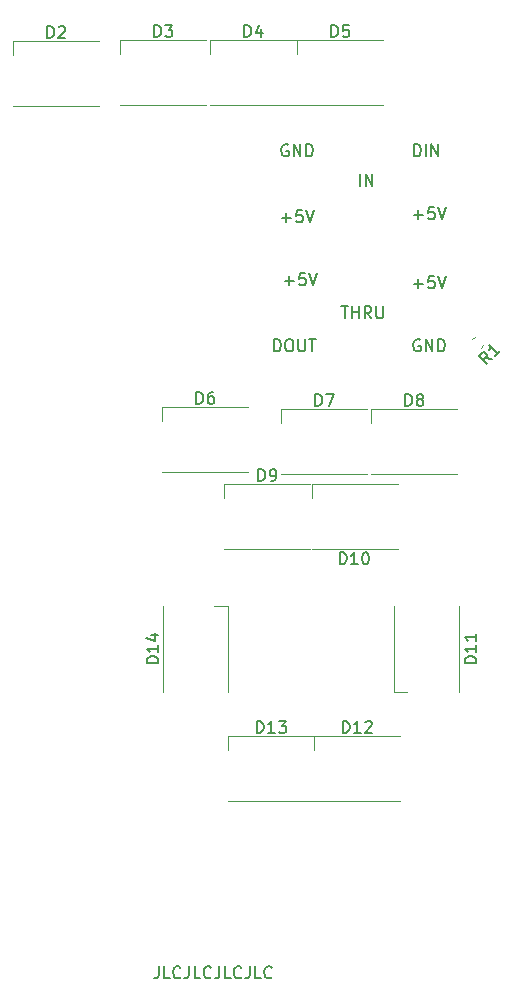
<source format=gbr>
G04 #@! TF.GenerationSoftware,KiCad,Pcbnew,(5.1.6)-1*
G04 #@! TF.CreationDate,2021-08-23T12:19:07+10:00*
G04 #@! TF.ProjectId,AV COOL PCB V2,41562043-4f4f-44c2-9050-43422056322e,rev?*
G04 #@! TF.SameCoordinates,Original*
G04 #@! TF.FileFunction,Legend,Top*
G04 #@! TF.FilePolarity,Positive*
%FSLAX46Y46*%
G04 Gerber Fmt 4.6, Leading zero omitted, Abs format (unit mm)*
G04 Created by KiCad (PCBNEW (5.1.6)-1) date 2021-08-23 12:19:07*
%MOMM*%
%LPD*%
G01*
G04 APERTURE LIST*
%ADD10C,0.150000*%
%ADD11C,0.120000*%
G04 APERTURE END LIST*
D10*
X238490190Y-48458380D02*
X238490190Y-47458380D01*
X238966380Y-48458380D02*
X238966380Y-47458380D01*
X239537809Y-48458380D01*
X239537809Y-47458380D01*
X236926666Y-58634380D02*
X237498095Y-58634380D01*
X237212380Y-59634380D02*
X237212380Y-58634380D01*
X237831428Y-59634380D02*
X237831428Y-58634380D01*
X237831428Y-59110571D02*
X238402857Y-59110571D01*
X238402857Y-59634380D02*
X238402857Y-58634380D01*
X239450476Y-59634380D02*
X239117142Y-59158190D01*
X238879047Y-59634380D02*
X238879047Y-58634380D01*
X239260000Y-58634380D01*
X239355238Y-58682000D01*
X239402857Y-58729619D01*
X239450476Y-58824857D01*
X239450476Y-58967714D01*
X239402857Y-59062952D01*
X239355238Y-59110571D01*
X239260000Y-59158190D01*
X238879047Y-59158190D01*
X239879047Y-58634380D02*
X239879047Y-59443904D01*
X239926666Y-59539142D01*
X239974285Y-59586761D01*
X240069523Y-59634380D01*
X240260000Y-59634380D01*
X240355238Y-59586761D01*
X240402857Y-59539142D01*
X240450476Y-59443904D01*
X240450476Y-58634380D01*
X243586095Y-61476000D02*
X243490857Y-61428380D01*
X243348000Y-61428380D01*
X243205142Y-61476000D01*
X243109904Y-61571238D01*
X243062285Y-61666476D01*
X243014666Y-61856952D01*
X243014666Y-61999809D01*
X243062285Y-62190285D01*
X243109904Y-62285523D01*
X243205142Y-62380761D01*
X243348000Y-62428380D01*
X243443238Y-62428380D01*
X243586095Y-62380761D01*
X243633714Y-62333142D01*
X243633714Y-61999809D01*
X243443238Y-61999809D01*
X244062285Y-62428380D02*
X244062285Y-61428380D01*
X244633714Y-62428380D01*
X244633714Y-61428380D01*
X245109904Y-62428380D02*
X245109904Y-61428380D01*
X245348000Y-61428380D01*
X245490857Y-61476000D01*
X245586095Y-61571238D01*
X245633714Y-61666476D01*
X245681333Y-61856952D01*
X245681333Y-61999809D01*
X245633714Y-62190285D01*
X245586095Y-62285523D01*
X245490857Y-62380761D01*
X245348000Y-62428380D01*
X245109904Y-62428380D01*
X231227523Y-62428380D02*
X231227523Y-61428380D01*
X231465619Y-61428380D01*
X231608476Y-61476000D01*
X231703714Y-61571238D01*
X231751333Y-61666476D01*
X231798952Y-61856952D01*
X231798952Y-61999809D01*
X231751333Y-62190285D01*
X231703714Y-62285523D01*
X231608476Y-62380761D01*
X231465619Y-62428380D01*
X231227523Y-62428380D01*
X232418000Y-61428380D02*
X232608476Y-61428380D01*
X232703714Y-61476000D01*
X232798952Y-61571238D01*
X232846571Y-61761714D01*
X232846571Y-62095047D01*
X232798952Y-62285523D01*
X232703714Y-62380761D01*
X232608476Y-62428380D01*
X232418000Y-62428380D01*
X232322761Y-62380761D01*
X232227523Y-62285523D01*
X232179904Y-62095047D01*
X232179904Y-61761714D01*
X232227523Y-61571238D01*
X232322761Y-61476000D01*
X232418000Y-61428380D01*
X233275142Y-61428380D02*
X233275142Y-62237904D01*
X233322761Y-62333142D01*
X233370380Y-62380761D01*
X233465619Y-62428380D01*
X233656095Y-62428380D01*
X233751333Y-62380761D01*
X233798952Y-62333142D01*
X233846571Y-62237904D01*
X233846571Y-61428380D01*
X234179904Y-61428380D02*
X234751333Y-61428380D01*
X234465619Y-62428380D02*
X234465619Y-61428380D01*
X243070190Y-45918380D02*
X243070190Y-44918380D01*
X243308285Y-44918380D01*
X243451142Y-44966000D01*
X243546380Y-45061238D01*
X243594000Y-45156476D01*
X243641619Y-45346952D01*
X243641619Y-45489809D01*
X243594000Y-45680285D01*
X243546380Y-45775523D01*
X243451142Y-45870761D01*
X243308285Y-45918380D01*
X243070190Y-45918380D01*
X244070190Y-45918380D02*
X244070190Y-44918380D01*
X244546380Y-45918380D02*
X244546380Y-44918380D01*
X245117809Y-45918380D01*
X245117809Y-44918380D01*
X243062285Y-56713428D02*
X243824190Y-56713428D01*
X243443238Y-57094380D02*
X243443238Y-56332476D01*
X244776571Y-56094380D02*
X244300380Y-56094380D01*
X244252761Y-56570571D01*
X244300380Y-56522952D01*
X244395619Y-56475333D01*
X244633714Y-56475333D01*
X244728952Y-56522952D01*
X244776571Y-56570571D01*
X244824190Y-56665809D01*
X244824190Y-56903904D01*
X244776571Y-56999142D01*
X244728952Y-57046761D01*
X244633714Y-57094380D01*
X244395619Y-57094380D01*
X244300380Y-57046761D01*
X244252761Y-56999142D01*
X245109904Y-56094380D02*
X245443238Y-57094380D01*
X245776571Y-56094380D01*
X232140285Y-56459428D02*
X232902190Y-56459428D01*
X232521238Y-56840380D02*
X232521238Y-56078476D01*
X233854571Y-55840380D02*
X233378380Y-55840380D01*
X233330761Y-56316571D01*
X233378380Y-56268952D01*
X233473619Y-56221333D01*
X233711714Y-56221333D01*
X233806952Y-56268952D01*
X233854571Y-56316571D01*
X233902190Y-56411809D01*
X233902190Y-56649904D01*
X233854571Y-56745142D01*
X233806952Y-56792761D01*
X233711714Y-56840380D01*
X233473619Y-56840380D01*
X233378380Y-56792761D01*
X233330761Y-56745142D01*
X234187904Y-55840380D02*
X234521238Y-56840380D01*
X234854571Y-55840380D01*
X243062285Y-50871428D02*
X243824190Y-50871428D01*
X243443238Y-51252380D02*
X243443238Y-50490476D01*
X244776571Y-50252380D02*
X244300380Y-50252380D01*
X244252761Y-50728571D01*
X244300380Y-50680952D01*
X244395619Y-50633333D01*
X244633714Y-50633333D01*
X244728952Y-50680952D01*
X244776571Y-50728571D01*
X244824190Y-50823809D01*
X244824190Y-51061904D01*
X244776571Y-51157142D01*
X244728952Y-51204761D01*
X244633714Y-51252380D01*
X244395619Y-51252380D01*
X244300380Y-51204761D01*
X244252761Y-51157142D01*
X245109904Y-50252380D02*
X245443238Y-51252380D01*
X245776571Y-50252380D01*
X231886285Y-51125428D02*
X232648190Y-51125428D01*
X232267238Y-51506380D02*
X232267238Y-50744476D01*
X233600571Y-50506380D02*
X233124380Y-50506380D01*
X233076761Y-50982571D01*
X233124380Y-50934952D01*
X233219619Y-50887333D01*
X233457714Y-50887333D01*
X233552952Y-50934952D01*
X233600571Y-50982571D01*
X233648190Y-51077809D01*
X233648190Y-51315904D01*
X233600571Y-51411142D01*
X233552952Y-51458761D01*
X233457714Y-51506380D01*
X233219619Y-51506380D01*
X233124380Y-51458761D01*
X233076761Y-51411142D01*
X233933904Y-50506380D02*
X234267238Y-51506380D01*
X234600571Y-50506380D01*
X232410095Y-44966000D02*
X232314857Y-44918380D01*
X232172000Y-44918380D01*
X232029142Y-44966000D01*
X231933904Y-45061238D01*
X231886285Y-45156476D01*
X231838666Y-45346952D01*
X231838666Y-45489809D01*
X231886285Y-45680285D01*
X231933904Y-45775523D01*
X232029142Y-45870761D01*
X232172000Y-45918380D01*
X232267238Y-45918380D01*
X232410095Y-45870761D01*
X232457714Y-45823142D01*
X232457714Y-45489809D01*
X232267238Y-45489809D01*
X232886285Y-45918380D02*
X232886285Y-44918380D01*
X233457714Y-45918380D01*
X233457714Y-44918380D01*
X233933904Y-45918380D02*
X233933904Y-44918380D01*
X234172000Y-44918380D01*
X234314857Y-44966000D01*
X234410095Y-45061238D01*
X234457714Y-45156476D01*
X234505333Y-45346952D01*
X234505333Y-45489809D01*
X234457714Y-45680285D01*
X234410095Y-45775523D01*
X234314857Y-45870761D01*
X234172000Y-45918380D01*
X233933904Y-45918380D01*
X221440952Y-114514380D02*
X221440952Y-115228666D01*
X221393333Y-115371523D01*
X221298095Y-115466761D01*
X221155238Y-115514380D01*
X221060000Y-115514380D01*
X222393333Y-115514380D02*
X221917142Y-115514380D01*
X221917142Y-114514380D01*
X223298095Y-115419142D02*
X223250476Y-115466761D01*
X223107619Y-115514380D01*
X223012380Y-115514380D01*
X222869523Y-115466761D01*
X222774285Y-115371523D01*
X222726666Y-115276285D01*
X222679047Y-115085809D01*
X222679047Y-114942952D01*
X222726666Y-114752476D01*
X222774285Y-114657238D01*
X222869523Y-114562000D01*
X223012380Y-114514380D01*
X223107619Y-114514380D01*
X223250476Y-114562000D01*
X223298095Y-114609619D01*
X224012380Y-114514380D02*
X224012380Y-115228666D01*
X223964761Y-115371523D01*
X223869523Y-115466761D01*
X223726666Y-115514380D01*
X223631428Y-115514380D01*
X224964761Y-115514380D02*
X224488571Y-115514380D01*
X224488571Y-114514380D01*
X225869523Y-115419142D02*
X225821904Y-115466761D01*
X225679047Y-115514380D01*
X225583809Y-115514380D01*
X225440952Y-115466761D01*
X225345714Y-115371523D01*
X225298095Y-115276285D01*
X225250476Y-115085809D01*
X225250476Y-114942952D01*
X225298095Y-114752476D01*
X225345714Y-114657238D01*
X225440952Y-114562000D01*
X225583809Y-114514380D01*
X225679047Y-114514380D01*
X225821904Y-114562000D01*
X225869523Y-114609619D01*
X226583809Y-114514380D02*
X226583809Y-115228666D01*
X226536190Y-115371523D01*
X226440952Y-115466761D01*
X226298095Y-115514380D01*
X226202857Y-115514380D01*
X227536190Y-115514380D02*
X227060000Y-115514380D01*
X227060000Y-114514380D01*
X228440952Y-115419142D02*
X228393333Y-115466761D01*
X228250476Y-115514380D01*
X228155238Y-115514380D01*
X228012380Y-115466761D01*
X227917142Y-115371523D01*
X227869523Y-115276285D01*
X227821904Y-115085809D01*
X227821904Y-114942952D01*
X227869523Y-114752476D01*
X227917142Y-114657238D01*
X228012380Y-114562000D01*
X228155238Y-114514380D01*
X228250476Y-114514380D01*
X228393333Y-114562000D01*
X228440952Y-114609619D01*
X229155238Y-114514380D02*
X229155238Y-115228666D01*
X229107619Y-115371523D01*
X229012380Y-115466761D01*
X228869523Y-115514380D01*
X228774285Y-115514380D01*
X230107619Y-115514380D02*
X229631428Y-115514380D01*
X229631428Y-114514380D01*
X231012380Y-115419142D02*
X230964761Y-115466761D01*
X230821904Y-115514380D01*
X230726666Y-115514380D01*
X230583809Y-115466761D01*
X230488571Y-115371523D01*
X230440952Y-115276285D01*
X230393333Y-115085809D01*
X230393333Y-114942952D01*
X230440952Y-114752476D01*
X230488571Y-114657238D01*
X230583809Y-114562000D01*
X230726666Y-114514380D01*
X230821904Y-114514380D01*
X230964761Y-114562000D01*
X231012380Y-114609619D01*
D11*
G04 #@! TO.C,D14*
X221786000Y-83980000D02*
X221786000Y-91280000D01*
X226136000Y-83980000D02*
X227286000Y-83980000D01*
X227286000Y-83980000D02*
X227286000Y-91280000D01*
G04 #@! TO.C,D13*
X227326000Y-100540000D02*
X234626000Y-100540000D01*
X227326000Y-96190000D02*
X227326000Y-95040000D01*
X227326000Y-95040000D02*
X234626000Y-95040000D01*
G04 #@! TO.C,D12*
X234602000Y-100540000D02*
X241902000Y-100540000D01*
X234602000Y-96190000D02*
X234602000Y-95040000D01*
X234602000Y-95040000D02*
X241902000Y-95040000D01*
G04 #@! TO.C,D11*
X246844000Y-91280000D02*
X246844000Y-83980000D01*
X242494000Y-91280000D02*
X241344000Y-91280000D01*
X241344000Y-91280000D02*
X241344000Y-83980000D01*
G04 #@! TO.C,D10*
X234438000Y-79204000D02*
X241738000Y-79204000D01*
X234438000Y-74854000D02*
X234438000Y-73704000D01*
X234438000Y-73704000D02*
X241738000Y-73704000D01*
G04 #@! TO.C,D9*
X226982000Y-79204000D02*
X234282000Y-79204000D01*
X226982000Y-74854000D02*
X226982000Y-73704000D01*
X226982000Y-73704000D02*
X234282000Y-73704000D01*
G04 #@! TO.C,D8*
X239428000Y-72854000D02*
X246728000Y-72854000D01*
X239428000Y-68504000D02*
X239428000Y-67354000D01*
X239428000Y-67354000D02*
X246728000Y-67354000D01*
G04 #@! TO.C,D7*
X231808000Y-72854000D02*
X239108000Y-72854000D01*
X231808000Y-68504000D02*
X231808000Y-67354000D01*
X231808000Y-67354000D02*
X239108000Y-67354000D01*
G04 #@! TO.C,D6*
X221738000Y-72676000D02*
X229038000Y-72676000D01*
X221738000Y-68326000D02*
X221738000Y-67176000D01*
X221738000Y-67176000D02*
X229038000Y-67176000D01*
G04 #@! TO.C,D5*
X233168000Y-41612000D02*
X240468000Y-41612000D01*
X233168000Y-37262000D02*
X233168000Y-36112000D01*
X233168000Y-36112000D02*
X240468000Y-36112000D01*
G04 #@! TO.C,D4*
X225802000Y-41612000D02*
X233102000Y-41612000D01*
X225802000Y-37262000D02*
X225802000Y-36112000D01*
X225802000Y-36112000D02*
X233102000Y-36112000D01*
G04 #@! TO.C,D3*
X218182000Y-41612000D02*
X225482000Y-41612000D01*
X218182000Y-37262000D02*
X218182000Y-36112000D01*
X218182000Y-36112000D02*
X225482000Y-36112000D01*
G04 #@! TO.C,D2*
X209112000Y-41688000D02*
X216412000Y-41688000D01*
X209112000Y-37338000D02*
X209112000Y-36188000D01*
X209112000Y-36188000D02*
X216412000Y-36188000D01*
G04 #@! TO.C,R1*
X248936574Y-61918675D02*
X248706369Y-62148880D01*
X248215325Y-61197426D02*
X247985120Y-61427631D01*
G04 #@! TO.C,D14*
D10*
X221432380Y-88844285D02*
X220432380Y-88844285D01*
X220432380Y-88606190D01*
X220480000Y-88463333D01*
X220575238Y-88368095D01*
X220670476Y-88320476D01*
X220860952Y-88272857D01*
X221003809Y-88272857D01*
X221194285Y-88320476D01*
X221289523Y-88368095D01*
X221384761Y-88463333D01*
X221432380Y-88606190D01*
X221432380Y-88844285D01*
X221432380Y-87320476D02*
X221432380Y-87891904D01*
X221432380Y-87606190D02*
X220432380Y-87606190D01*
X220575238Y-87701428D01*
X220670476Y-87796666D01*
X220718095Y-87891904D01*
X220765714Y-86463333D02*
X221432380Y-86463333D01*
X220384761Y-86701428D02*
X221099047Y-86939523D01*
X221099047Y-86320476D01*
G04 #@! TO.C,D13*
X229761714Y-94742380D02*
X229761714Y-93742380D01*
X229999809Y-93742380D01*
X230142666Y-93790000D01*
X230237904Y-93885238D01*
X230285523Y-93980476D01*
X230333142Y-94170952D01*
X230333142Y-94313809D01*
X230285523Y-94504285D01*
X230237904Y-94599523D01*
X230142666Y-94694761D01*
X229999809Y-94742380D01*
X229761714Y-94742380D01*
X231285523Y-94742380D02*
X230714095Y-94742380D01*
X230999809Y-94742380D02*
X230999809Y-93742380D01*
X230904571Y-93885238D01*
X230809333Y-93980476D01*
X230714095Y-94028095D01*
X231618857Y-93742380D02*
X232237904Y-93742380D01*
X231904571Y-94123333D01*
X232047428Y-94123333D01*
X232142666Y-94170952D01*
X232190285Y-94218571D01*
X232237904Y-94313809D01*
X232237904Y-94551904D01*
X232190285Y-94647142D01*
X232142666Y-94694761D01*
X232047428Y-94742380D01*
X231761714Y-94742380D01*
X231666476Y-94694761D01*
X231618857Y-94647142D01*
G04 #@! TO.C,D12*
X237037714Y-94742380D02*
X237037714Y-93742380D01*
X237275809Y-93742380D01*
X237418666Y-93790000D01*
X237513904Y-93885238D01*
X237561523Y-93980476D01*
X237609142Y-94170952D01*
X237609142Y-94313809D01*
X237561523Y-94504285D01*
X237513904Y-94599523D01*
X237418666Y-94694761D01*
X237275809Y-94742380D01*
X237037714Y-94742380D01*
X238561523Y-94742380D02*
X237990095Y-94742380D01*
X238275809Y-94742380D02*
X238275809Y-93742380D01*
X238180571Y-93885238D01*
X238085333Y-93980476D01*
X237990095Y-94028095D01*
X238942476Y-93837619D02*
X238990095Y-93790000D01*
X239085333Y-93742380D01*
X239323428Y-93742380D01*
X239418666Y-93790000D01*
X239466285Y-93837619D01*
X239513904Y-93932857D01*
X239513904Y-94028095D01*
X239466285Y-94170952D01*
X238894857Y-94742380D01*
X239513904Y-94742380D01*
G04 #@! TO.C,D11*
X248356380Y-88844285D02*
X247356380Y-88844285D01*
X247356380Y-88606190D01*
X247404000Y-88463333D01*
X247499238Y-88368095D01*
X247594476Y-88320476D01*
X247784952Y-88272857D01*
X247927809Y-88272857D01*
X248118285Y-88320476D01*
X248213523Y-88368095D01*
X248308761Y-88463333D01*
X248356380Y-88606190D01*
X248356380Y-88844285D01*
X248356380Y-87320476D02*
X248356380Y-87891904D01*
X248356380Y-87606190D02*
X247356380Y-87606190D01*
X247499238Y-87701428D01*
X247594476Y-87796666D01*
X247642095Y-87891904D01*
X248356380Y-86368095D02*
X248356380Y-86939523D01*
X248356380Y-86653809D02*
X247356380Y-86653809D01*
X247499238Y-86749047D01*
X247594476Y-86844285D01*
X247642095Y-86939523D01*
G04 #@! TO.C,D10*
X236783714Y-80462380D02*
X236783714Y-79462380D01*
X237021809Y-79462380D01*
X237164666Y-79510000D01*
X237259904Y-79605238D01*
X237307523Y-79700476D01*
X237355142Y-79890952D01*
X237355142Y-80033809D01*
X237307523Y-80224285D01*
X237259904Y-80319523D01*
X237164666Y-80414761D01*
X237021809Y-80462380D01*
X236783714Y-80462380D01*
X238307523Y-80462380D02*
X237736095Y-80462380D01*
X238021809Y-80462380D02*
X238021809Y-79462380D01*
X237926571Y-79605238D01*
X237831333Y-79700476D01*
X237736095Y-79748095D01*
X238926571Y-79462380D02*
X239021809Y-79462380D01*
X239117047Y-79510000D01*
X239164666Y-79557619D01*
X239212285Y-79652857D01*
X239259904Y-79843333D01*
X239259904Y-80081428D01*
X239212285Y-80271904D01*
X239164666Y-80367142D01*
X239117047Y-80414761D01*
X239021809Y-80462380D01*
X238926571Y-80462380D01*
X238831333Y-80414761D01*
X238783714Y-80367142D01*
X238736095Y-80271904D01*
X238688476Y-80081428D01*
X238688476Y-79843333D01*
X238736095Y-79652857D01*
X238783714Y-79557619D01*
X238831333Y-79510000D01*
X238926571Y-79462380D01*
G04 #@! TO.C,D9*
X229893904Y-73406380D02*
X229893904Y-72406380D01*
X230132000Y-72406380D01*
X230274857Y-72454000D01*
X230370095Y-72549238D01*
X230417714Y-72644476D01*
X230465333Y-72834952D01*
X230465333Y-72977809D01*
X230417714Y-73168285D01*
X230370095Y-73263523D01*
X230274857Y-73358761D01*
X230132000Y-73406380D01*
X229893904Y-73406380D01*
X230941523Y-73406380D02*
X231132000Y-73406380D01*
X231227238Y-73358761D01*
X231274857Y-73311142D01*
X231370095Y-73168285D01*
X231417714Y-72977809D01*
X231417714Y-72596857D01*
X231370095Y-72501619D01*
X231322476Y-72454000D01*
X231227238Y-72406380D01*
X231036761Y-72406380D01*
X230941523Y-72454000D01*
X230893904Y-72501619D01*
X230846285Y-72596857D01*
X230846285Y-72834952D01*
X230893904Y-72930190D01*
X230941523Y-72977809D01*
X231036761Y-73025428D01*
X231227238Y-73025428D01*
X231322476Y-72977809D01*
X231370095Y-72930190D01*
X231417714Y-72834952D01*
G04 #@! TO.C,D8*
X242339904Y-67056380D02*
X242339904Y-66056380D01*
X242578000Y-66056380D01*
X242720857Y-66104000D01*
X242816095Y-66199238D01*
X242863714Y-66294476D01*
X242911333Y-66484952D01*
X242911333Y-66627809D01*
X242863714Y-66818285D01*
X242816095Y-66913523D01*
X242720857Y-67008761D01*
X242578000Y-67056380D01*
X242339904Y-67056380D01*
X243482761Y-66484952D02*
X243387523Y-66437333D01*
X243339904Y-66389714D01*
X243292285Y-66294476D01*
X243292285Y-66246857D01*
X243339904Y-66151619D01*
X243387523Y-66104000D01*
X243482761Y-66056380D01*
X243673238Y-66056380D01*
X243768476Y-66104000D01*
X243816095Y-66151619D01*
X243863714Y-66246857D01*
X243863714Y-66294476D01*
X243816095Y-66389714D01*
X243768476Y-66437333D01*
X243673238Y-66484952D01*
X243482761Y-66484952D01*
X243387523Y-66532571D01*
X243339904Y-66580190D01*
X243292285Y-66675428D01*
X243292285Y-66865904D01*
X243339904Y-66961142D01*
X243387523Y-67008761D01*
X243482761Y-67056380D01*
X243673238Y-67056380D01*
X243768476Y-67008761D01*
X243816095Y-66961142D01*
X243863714Y-66865904D01*
X243863714Y-66675428D01*
X243816095Y-66580190D01*
X243768476Y-66532571D01*
X243673238Y-66484952D01*
G04 #@! TO.C,D7*
X234719904Y-67056380D02*
X234719904Y-66056380D01*
X234958000Y-66056380D01*
X235100857Y-66104000D01*
X235196095Y-66199238D01*
X235243714Y-66294476D01*
X235291333Y-66484952D01*
X235291333Y-66627809D01*
X235243714Y-66818285D01*
X235196095Y-66913523D01*
X235100857Y-67008761D01*
X234958000Y-67056380D01*
X234719904Y-67056380D01*
X235624666Y-66056380D02*
X236291333Y-66056380D01*
X235862761Y-67056380D01*
G04 #@! TO.C,D6*
X224649904Y-66878380D02*
X224649904Y-65878380D01*
X224888000Y-65878380D01*
X225030857Y-65926000D01*
X225126095Y-66021238D01*
X225173714Y-66116476D01*
X225221333Y-66306952D01*
X225221333Y-66449809D01*
X225173714Y-66640285D01*
X225126095Y-66735523D01*
X225030857Y-66830761D01*
X224888000Y-66878380D01*
X224649904Y-66878380D01*
X226078476Y-65878380D02*
X225888000Y-65878380D01*
X225792761Y-65926000D01*
X225745142Y-65973619D01*
X225649904Y-66116476D01*
X225602285Y-66306952D01*
X225602285Y-66687904D01*
X225649904Y-66783142D01*
X225697523Y-66830761D01*
X225792761Y-66878380D01*
X225983238Y-66878380D01*
X226078476Y-66830761D01*
X226126095Y-66783142D01*
X226173714Y-66687904D01*
X226173714Y-66449809D01*
X226126095Y-66354571D01*
X226078476Y-66306952D01*
X225983238Y-66259333D01*
X225792761Y-66259333D01*
X225697523Y-66306952D01*
X225649904Y-66354571D01*
X225602285Y-66449809D01*
G04 #@! TO.C,D5*
X236079904Y-35814380D02*
X236079904Y-34814380D01*
X236318000Y-34814380D01*
X236460857Y-34862000D01*
X236556095Y-34957238D01*
X236603714Y-35052476D01*
X236651333Y-35242952D01*
X236651333Y-35385809D01*
X236603714Y-35576285D01*
X236556095Y-35671523D01*
X236460857Y-35766761D01*
X236318000Y-35814380D01*
X236079904Y-35814380D01*
X237556095Y-34814380D02*
X237079904Y-34814380D01*
X237032285Y-35290571D01*
X237079904Y-35242952D01*
X237175142Y-35195333D01*
X237413238Y-35195333D01*
X237508476Y-35242952D01*
X237556095Y-35290571D01*
X237603714Y-35385809D01*
X237603714Y-35623904D01*
X237556095Y-35719142D01*
X237508476Y-35766761D01*
X237413238Y-35814380D01*
X237175142Y-35814380D01*
X237079904Y-35766761D01*
X237032285Y-35719142D01*
G04 #@! TO.C,D4*
X228713904Y-35814380D02*
X228713904Y-34814380D01*
X228952000Y-34814380D01*
X229094857Y-34862000D01*
X229190095Y-34957238D01*
X229237714Y-35052476D01*
X229285333Y-35242952D01*
X229285333Y-35385809D01*
X229237714Y-35576285D01*
X229190095Y-35671523D01*
X229094857Y-35766761D01*
X228952000Y-35814380D01*
X228713904Y-35814380D01*
X230142476Y-35147714D02*
X230142476Y-35814380D01*
X229904380Y-34766761D02*
X229666285Y-35481047D01*
X230285333Y-35481047D01*
G04 #@! TO.C,D3*
X221093904Y-35814380D02*
X221093904Y-34814380D01*
X221332000Y-34814380D01*
X221474857Y-34862000D01*
X221570095Y-34957238D01*
X221617714Y-35052476D01*
X221665333Y-35242952D01*
X221665333Y-35385809D01*
X221617714Y-35576285D01*
X221570095Y-35671523D01*
X221474857Y-35766761D01*
X221332000Y-35814380D01*
X221093904Y-35814380D01*
X221998666Y-34814380D02*
X222617714Y-34814380D01*
X222284380Y-35195333D01*
X222427238Y-35195333D01*
X222522476Y-35242952D01*
X222570095Y-35290571D01*
X222617714Y-35385809D01*
X222617714Y-35623904D01*
X222570095Y-35719142D01*
X222522476Y-35766761D01*
X222427238Y-35814380D01*
X222141523Y-35814380D01*
X222046285Y-35766761D01*
X221998666Y-35719142D01*
G04 #@! TO.C,D2*
X212023904Y-35890380D02*
X212023904Y-34890380D01*
X212262000Y-34890380D01*
X212404857Y-34938000D01*
X212500095Y-35033238D01*
X212547714Y-35128476D01*
X212595333Y-35318952D01*
X212595333Y-35461809D01*
X212547714Y-35652285D01*
X212500095Y-35747523D01*
X212404857Y-35842761D01*
X212262000Y-35890380D01*
X212023904Y-35890380D01*
X212976285Y-34985619D02*
X213023904Y-34938000D01*
X213119142Y-34890380D01*
X213357238Y-34890380D01*
X213452476Y-34938000D01*
X213500095Y-34985619D01*
X213547714Y-35080857D01*
X213547714Y-35176095D01*
X213500095Y-35318952D01*
X212928666Y-35890380D01*
X213547714Y-35890380D01*
G04 #@! TO.C,R1*
X249674040Y-63122048D02*
X249101620Y-63021033D01*
X249269979Y-63526109D02*
X248562872Y-62819003D01*
X248832246Y-62549628D01*
X248933261Y-62515957D01*
X249000605Y-62515957D01*
X249101620Y-62549628D01*
X249202635Y-62650644D01*
X249236307Y-62751659D01*
X249236307Y-62819003D01*
X249202635Y-62920018D01*
X248933261Y-63189392D01*
X250347475Y-62448613D02*
X249943414Y-62852674D01*
X250145445Y-62650644D02*
X249438338Y-61943537D01*
X249472010Y-62111896D01*
X249472010Y-62246583D01*
X249438338Y-62347598D01*
G04 #@! TD*
M02*

</source>
